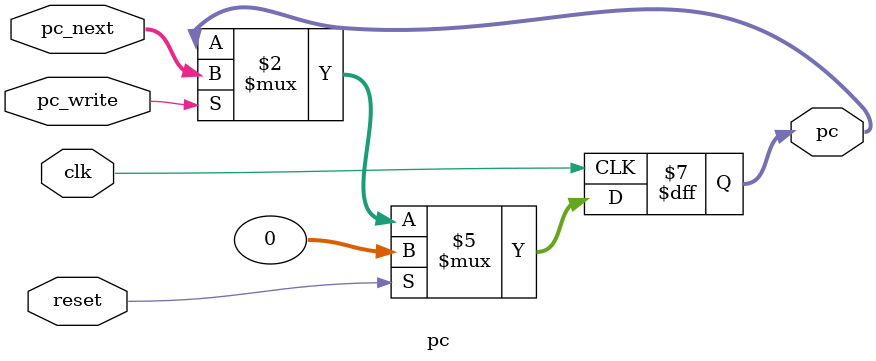
<source format=sv>

module pc(clk,reset, pc_next, pc, pc_write);
    input clk;
    input reset;
    input logic pc_write;
    input logic [31:0] pc_next;     // Next location for program counter
    output logic [31:0] pc;  
    
    logic temp;
    always_ff @(posedge clk) begin
        if (reset) begin
            pc <= 32'b0;
        end
        else begin
            if (pc_write) begin
                pc <= pc_next;
            end
        end
    end             
endmodule

</source>
